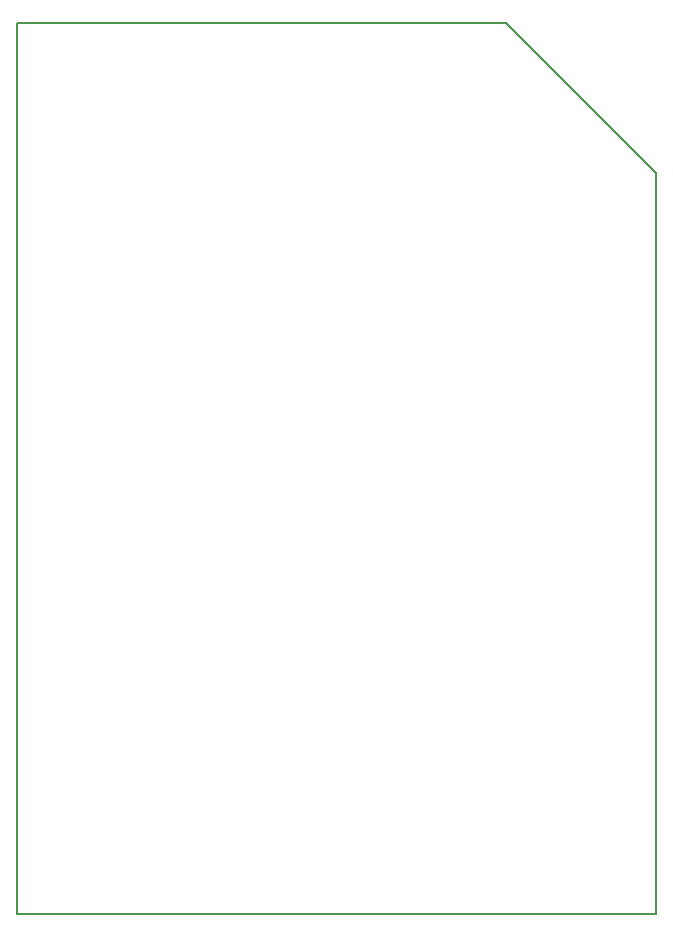
<source format=gbr>
G04 #@! TF.FileFunction,Profile,NP*
%FSLAX46Y46*%
G04 Gerber Fmt 4.6, Leading zero omitted, Abs format (unit mm)*
G04 Created by KiCad (PCBNEW 4.0.2-stable) date ven. 22 juil. 2016 18:14:01 CEST*
%MOMM*%
G01*
G04 APERTURE LIST*
%ADD10C,0.100000*%
%ADD11C,0.150000*%
G04 APERTURE END LIST*
D10*
D11*
X0Y254000D02*
X762000Y254000D01*
X0Y75692000D02*
X0Y254000D01*
X41402000Y75692000D02*
X0Y75692000D01*
X54102000Y62992000D02*
X41402000Y75692000D01*
X54102000Y254000D02*
X54102000Y62992000D01*
X508000Y254000D02*
X54102000Y254000D01*
M02*

</source>
